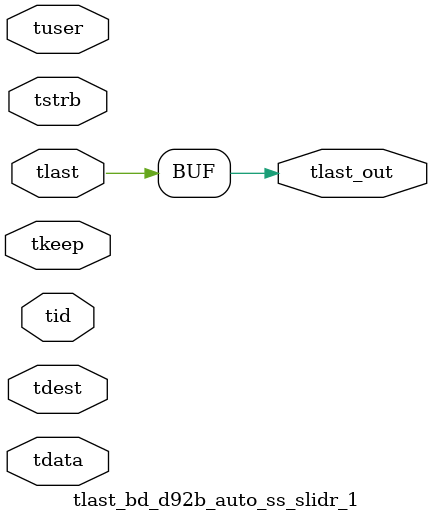
<source format=v>


`timescale 1ps/1ps

module tlast_bd_d92b_auto_ss_slidr_1 #
(
parameter C_S_AXIS_TID_WIDTH   = 1,
parameter C_S_AXIS_TUSER_WIDTH = 0,
parameter C_S_AXIS_TDATA_WIDTH = 0,
parameter C_S_AXIS_TDEST_WIDTH = 0
)
(
input  [(C_S_AXIS_TID_WIDTH   == 0 ? 1 : C_S_AXIS_TID_WIDTH)-1:0       ] tid,
input  [(C_S_AXIS_TDATA_WIDTH == 0 ? 1 : C_S_AXIS_TDATA_WIDTH)-1:0     ] tdata,
input  [(C_S_AXIS_TUSER_WIDTH == 0 ? 1 : C_S_AXIS_TUSER_WIDTH)-1:0     ] tuser,
input  [(C_S_AXIS_TDEST_WIDTH == 0 ? 1 : C_S_AXIS_TDEST_WIDTH)-1:0     ] tdest,
input  [(C_S_AXIS_TDATA_WIDTH/8)-1:0 ] tkeep,
input  [(C_S_AXIS_TDATA_WIDTH/8)-1:0 ] tstrb,
input  [0:0]                                                             tlast,
output                                                                   tlast_out
);

assign tlast_out = {tlast};

endmodule


</source>
